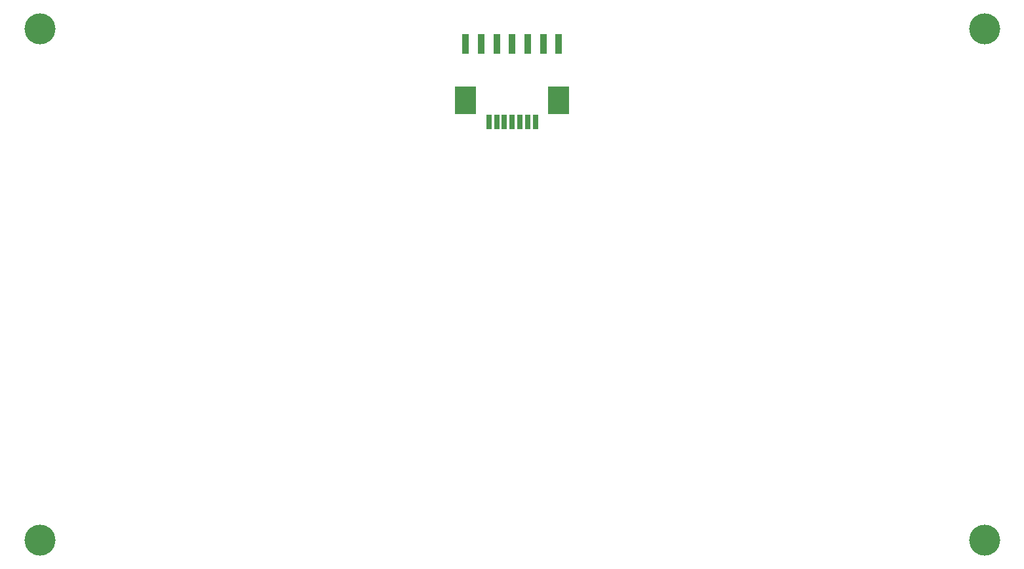
<source format=gbr>
G04 GENERATED BY PULSONIX 7.0 GERBER.DLL 4573*
%INHILLSTAR_100X50_EL_V1_0*%
%LNGERBER_SOLDERMASK_BOTTOM*%
%FSLAX33Y33*%
%IPPOS*%
%LPD*%
%OFA0B0*%
%MOMM*%
%ADD430R,0.651X1.951*%
%ADD435R,2.751X3.651*%
%ADD2890C,4.000*%
%ADD5681R,0.951X2.551*%
X0Y0D02*
D02*
D430*
X126859Y147940D03*
X127859D03*
X128859D03*
X129859D03*
X130859D03*
X131859D03*
X132859D03*
D02*
D435*
X123859Y150740D03*
X135859D03*
D02*
D2890*
X68859Y93950D03*
Y159950D03*
X190859Y93950D03*
Y159950D03*
D02*
D5681*
X123859Y158050D03*
X125859D03*
X127859D03*
X129859D03*
X131859D03*
X133859D03*
X135859D03*
X0Y0D02*
M02*

</source>
